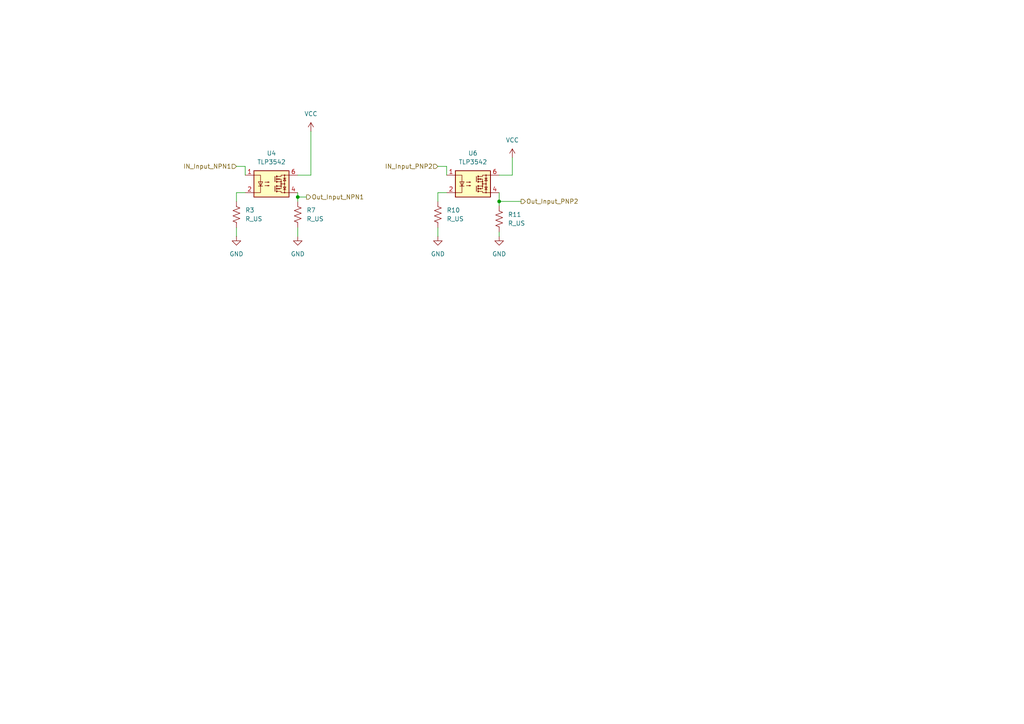
<source format=kicad_sch>
(kicad_sch
	(version 20250114)
	(generator "eeschema")
	(generator_version "9.0")
	(uuid "37ad42cf-50f1-4e75-9f87-f54ae3715310")
	(paper "A4")
	(lib_symbols
		(symbol "Device:R_US"
			(pin_numbers
				(hide yes)
			)
			(pin_names
				(offset 0)
			)
			(exclude_from_sim no)
			(in_bom yes)
			(on_board yes)
			(property "Reference" "R"
				(at 2.54 0 90)
				(effects
					(font
						(size 1.27 1.27)
					)
				)
			)
			(property "Value" "R_US"
				(at -2.54 0 90)
				(effects
					(font
						(size 1.27 1.27)
					)
				)
			)
			(property "Footprint" ""
				(at 1.016 -0.254 90)
				(effects
					(font
						(size 1.27 1.27)
					)
					(hide yes)
				)
			)
			(property "Datasheet" "~"
				(at 0 0 0)
				(effects
					(font
						(size 1.27 1.27)
					)
					(hide yes)
				)
			)
			(property "Description" "Resistor, US symbol"
				(at 0 0 0)
				(effects
					(font
						(size 1.27 1.27)
					)
					(hide yes)
				)
			)
			(property "ki_keywords" "R res resistor"
				(at 0 0 0)
				(effects
					(font
						(size 1.27 1.27)
					)
					(hide yes)
				)
			)
			(property "ki_fp_filters" "R_*"
				(at 0 0 0)
				(effects
					(font
						(size 1.27 1.27)
					)
					(hide yes)
				)
			)
			(symbol "R_US_0_1"
				(polyline
					(pts
						(xy 0 2.286) (xy 0 2.54)
					)
					(stroke
						(width 0)
						(type default)
					)
					(fill
						(type none)
					)
				)
				(polyline
					(pts
						(xy 0 2.286) (xy 1.016 1.905) (xy 0 1.524) (xy -1.016 1.143) (xy 0 0.762)
					)
					(stroke
						(width 0)
						(type default)
					)
					(fill
						(type none)
					)
				)
				(polyline
					(pts
						(xy 0 0.762) (xy 1.016 0.381) (xy 0 0) (xy -1.016 -0.381) (xy 0 -0.762)
					)
					(stroke
						(width 0)
						(type default)
					)
					(fill
						(type none)
					)
				)
				(polyline
					(pts
						(xy 0 -0.762) (xy 1.016 -1.143) (xy 0 -1.524) (xy -1.016 -1.905) (xy 0 -2.286)
					)
					(stroke
						(width 0)
						(type default)
					)
					(fill
						(type none)
					)
				)
				(polyline
					(pts
						(xy 0 -2.286) (xy 0 -2.54)
					)
					(stroke
						(width 0)
						(type default)
					)
					(fill
						(type none)
					)
				)
			)
			(symbol "R_US_1_1"
				(pin passive line
					(at 0 3.81 270)
					(length 1.27)
					(name "~"
						(effects
							(font
								(size 1.27 1.27)
							)
						)
					)
					(number "1"
						(effects
							(font
								(size 1.27 1.27)
							)
						)
					)
				)
				(pin passive line
					(at 0 -3.81 90)
					(length 1.27)
					(name "~"
						(effects
							(font
								(size 1.27 1.27)
							)
						)
					)
					(number "2"
						(effects
							(font
								(size 1.27 1.27)
							)
						)
					)
				)
			)
			(embedded_fonts no)
		)
		(symbol "Relay_SolidState:TLP3542"
			(exclude_from_sim no)
			(in_bom yes)
			(on_board yes)
			(property "Reference" "U"
				(at -3.81 5.08 0)
				(effects
					(font
						(size 1.27 1.27)
					)
				)
			)
			(property "Value" "TLP3542"
				(at -1.27 -5.08 0)
				(effects
					(font
						(size 1.27 1.27)
					)
				)
			)
			(property "Footprint" "Package_DIP:DIP-5-6_W7.62mm"
				(at 0 -7.62 0)
				(effects
					(font
						(size 1.27 1.27)
					)
					(hide yes)
				)
			)
			(property "Datasheet" "https://toshiba.semicon-storage.com/info/docget.jsp?did=1284&prodName=TLP3542"
				(at 0 0 0)
				(effects
					(font
						(size 1.27 1.27)
					)
					(hide yes)
				)
			)
			(property "Description" "Photo MOSFET optically coupled, ON 4A, 50mohm, OFF state 20V, Isolation 2500 VRMS, DIP-5-6"
				(at 0 0 0)
				(effects
					(font
						(size 1.27 1.27)
					)
					(hide yes)
				)
			)
			(property "ki_keywords" "photocouplers photorelay solidstate relay normally opened (1-Form-A)"
				(at 0 0 0)
				(effects
					(font
						(size 1.27 1.27)
					)
					(hide yes)
				)
			)
			(property "ki_fp_filters" "DIP*W7.62mm*"
				(at 0 0 0)
				(effects
					(font
						(size 1.27 1.27)
					)
					(hide yes)
				)
			)
			(symbol "TLP3542_0_1"
				(rectangle
					(start -5.08 3.81)
					(end 5.08 -3.81)
					(stroke
						(width 0.254)
						(type default)
					)
					(fill
						(type background)
					)
				)
				(polyline
					(pts
						(xy -5.08 2.54) (xy -3.175 2.54) (xy -3.175 -2.54) (xy -5.08 -2.54)
					)
					(stroke
						(width 0)
						(type default)
					)
					(fill
						(type none)
					)
				)
				(polyline
					(pts
						(xy -3.81 -0.635) (xy -2.54 -0.635)
					)
					(stroke
						(width 0)
						(type default)
					)
					(fill
						(type none)
					)
				)
				(polyline
					(pts
						(xy -3.175 -0.635) (xy -3.81 0.635) (xy -2.54 0.635) (xy -3.175 -0.635)
					)
					(stroke
						(width 0)
						(type default)
					)
					(fill
						(type none)
					)
				)
				(polyline
					(pts
						(xy -1.905 0.508) (xy -0.635 0.508) (xy -1.016 0.381) (xy -1.016 0.635) (xy -0.635 0.508)
					)
					(stroke
						(width 0)
						(type default)
					)
					(fill
						(type none)
					)
				)
				(polyline
					(pts
						(xy -1.905 -0.508) (xy -0.635 -0.508) (xy -1.016 -0.635) (xy -1.016 -0.381) (xy -0.635 -0.508)
					)
					(stroke
						(width 0)
						(type default)
					)
					(fill
						(type none)
					)
				)
				(polyline
					(pts
						(xy 1.016 2.159) (xy 1.016 0.635)
					)
					(stroke
						(width 0.2032)
						(type default)
					)
					(fill
						(type none)
					)
				)
				(polyline
					(pts
						(xy 1.016 -0.635) (xy 1.016 -2.159)
					)
					(stroke
						(width 0.2032)
						(type default)
					)
					(fill
						(type none)
					)
				)
				(polyline
					(pts
						(xy 1.524 2.286) (xy 1.524 2.032) (xy 1.524 2.032)
					)
					(stroke
						(width 0.3556)
						(type default)
					)
					(fill
						(type none)
					)
				)
				(polyline
					(pts
						(xy 1.524 1.524) (xy 1.524 1.27) (xy 1.524 1.27)
					)
					(stroke
						(width 0.3556)
						(type default)
					)
					(fill
						(type none)
					)
				)
				(polyline
					(pts
						(xy 1.524 0.762) (xy 1.524 0.508) (xy 1.524 0.508)
					)
					(stroke
						(width 0.3556)
						(type default)
					)
					(fill
						(type none)
					)
				)
				(polyline
					(pts
						(xy 1.524 -0.508) (xy 1.524 -0.762)
					)
					(stroke
						(width 0.3556)
						(type default)
					)
					(fill
						(type none)
					)
				)
				(polyline
					(pts
						(xy 1.524 -1.27) (xy 1.524 -1.524) (xy 1.524 -1.524)
					)
					(stroke
						(width 0.3556)
						(type default)
					)
					(fill
						(type none)
					)
				)
				(polyline
					(pts
						(xy 1.524 -2.032) (xy 1.524 -2.286) (xy 1.524 -2.286)
					)
					(stroke
						(width 0.3556)
						(type default)
					)
					(fill
						(type none)
					)
				)
				(polyline
					(pts
						(xy 1.651 2.159) (xy 2.794 2.159) (xy 2.794 2.54) (xy 5.08 2.54)
					)
					(stroke
						(width 0)
						(type default)
					)
					(fill
						(type none)
					)
				)
				(polyline
					(pts
						(xy 1.651 1.397) (xy 2.794 1.397) (xy 2.794 0.635)
					)
					(stroke
						(width 0)
						(type default)
					)
					(fill
						(type none)
					)
				)
				(polyline
					(pts
						(xy 1.651 -0.635) (xy 2.794 -0.635) (xy 2.794 0.635) (xy 1.651 0.635)
					)
					(stroke
						(width 0)
						(type default)
					)
					(fill
						(type none)
					)
				)
				(polyline
					(pts
						(xy 1.651 -1.397) (xy 2.794 -1.397) (xy 2.794 -0.635)
					)
					(stroke
						(width 0)
						(type default)
					)
					(fill
						(type none)
					)
				)
				(polyline
					(pts
						(xy 1.651 -2.159) (xy 2.794 -2.159) (xy 2.794 -2.54) (xy 5.08 -2.54)
					)
					(stroke
						(width 0)
						(type default)
					)
					(fill
						(type none)
					)
				)
				(polyline
					(pts
						(xy 1.778 1.397) (xy 2.286 1.524) (xy 2.286 1.27) (xy 1.778 1.397)
					)
					(stroke
						(width 0)
						(type default)
					)
					(fill
						(type none)
					)
				)
				(polyline
					(pts
						(xy 1.778 -1.397) (xy 2.286 -1.27) (xy 2.286 -1.524) (xy 1.778 -1.397)
					)
					(stroke
						(width 0)
						(type default)
					)
					(fill
						(type none)
					)
				)
				(circle
					(center 2.794 0.635)
					(radius 0.127)
					(stroke
						(width 0)
						(type default)
					)
					(fill
						(type none)
					)
				)
				(polyline
					(pts
						(xy 2.794 0) (xy 3.81 0)
					)
					(stroke
						(width 0)
						(type default)
					)
					(fill
						(type none)
					)
				)
				(circle
					(center 2.794 0)
					(radius 0.127)
					(stroke
						(width 0)
						(type default)
					)
					(fill
						(type none)
					)
				)
				(circle
					(center 2.794 -0.635)
					(radius 0.127)
					(stroke
						(width 0)
						(type default)
					)
					(fill
						(type none)
					)
				)
				(polyline
					(pts
						(xy 3.429 1.651) (xy 4.191 1.651)
					)
					(stroke
						(width 0)
						(type default)
					)
					(fill
						(type none)
					)
				)
				(polyline
					(pts
						(xy 3.429 -1.651) (xy 4.191 -1.651)
					)
					(stroke
						(width 0)
						(type default)
					)
					(fill
						(type none)
					)
				)
				(circle
					(center 3.81 2.54)
					(radius 0.127)
					(stroke
						(width 0)
						(type default)
					)
					(fill
						(type none)
					)
				)
				(polyline
					(pts
						(xy 3.81 1.651) (xy 3.429 0.889) (xy 4.191 0.889) (xy 3.81 1.651)
					)
					(stroke
						(width 0)
						(type default)
					)
					(fill
						(type none)
					)
				)
				(circle
					(center 3.81 0)
					(radius 0.127)
					(stroke
						(width 0)
						(type default)
					)
					(fill
						(type none)
					)
				)
				(polyline
					(pts
						(xy 3.81 -1.651) (xy 3.429 -0.889) (xy 4.191 -0.889) (xy 3.81 -1.651)
					)
					(stroke
						(width 0)
						(type default)
					)
					(fill
						(type none)
					)
				)
				(polyline
					(pts
						(xy 3.81 -2.54) (xy 3.81 2.54)
					)
					(stroke
						(width 0)
						(type default)
					)
					(fill
						(type none)
					)
				)
				(circle
					(center 3.81 -2.54)
					(radius 0.127)
					(stroke
						(width 0)
						(type default)
					)
					(fill
						(type none)
					)
				)
			)
			(symbol "TLP3542_1_1"
				(pin passive line
					(at -7.62 2.54 0)
					(length 2.54)
					(name "~"
						(effects
							(font
								(size 1.27 1.27)
							)
						)
					)
					(number "1"
						(effects
							(font
								(size 1.27 1.27)
							)
						)
					)
				)
				(pin passive line
					(at -7.62 -2.54 0)
					(length 2.54)
					(name "~"
						(effects
							(font
								(size 1.27 1.27)
							)
						)
					)
					(number "2"
						(effects
							(font
								(size 1.27 1.27)
							)
						)
					)
				)
				(pin no_connect line
					(at -5.08 0 0)
					(length 2.54)
					(hide yes)
					(name "~"
						(effects
							(font
								(size 1.27 1.27)
							)
						)
					)
					(number "3"
						(effects
							(font
								(size 1.27 1.27)
							)
						)
					)
				)
				(pin passive line
					(at 7.62 2.54 180)
					(length 2.54)
					(name "~"
						(effects
							(font
								(size 1.27 1.27)
							)
						)
					)
					(number "6"
						(effects
							(font
								(size 1.27 1.27)
							)
						)
					)
				)
				(pin passive line
					(at 7.62 -2.54 180)
					(length 2.54)
					(name "~"
						(effects
							(font
								(size 1.27 1.27)
							)
						)
					)
					(number "4"
						(effects
							(font
								(size 1.27 1.27)
							)
						)
					)
				)
			)
			(embedded_fonts no)
		)
		(symbol "power:GND"
			(power)
			(pin_numbers
				(hide yes)
			)
			(pin_names
				(offset 0)
				(hide yes)
			)
			(exclude_from_sim no)
			(in_bom yes)
			(on_board yes)
			(property "Reference" "#PWR"
				(at 0 -6.35 0)
				(effects
					(font
						(size 1.27 1.27)
					)
					(hide yes)
				)
			)
			(property "Value" "GND"
				(at 0 -3.81 0)
				(effects
					(font
						(size 1.27 1.27)
					)
				)
			)
			(property "Footprint" ""
				(at 0 0 0)
				(effects
					(font
						(size 1.27 1.27)
					)
					(hide yes)
				)
			)
			(property "Datasheet" ""
				(at 0 0 0)
				(effects
					(font
						(size 1.27 1.27)
					)
					(hide yes)
				)
			)
			(property "Description" "Power symbol creates a global label with name \"GND\" , ground"
				(at 0 0 0)
				(effects
					(font
						(size 1.27 1.27)
					)
					(hide yes)
				)
			)
			(property "ki_keywords" "global power"
				(at 0 0 0)
				(effects
					(font
						(size 1.27 1.27)
					)
					(hide yes)
				)
			)
			(symbol "GND_0_1"
				(polyline
					(pts
						(xy 0 0) (xy 0 -1.27) (xy 1.27 -1.27) (xy 0 -2.54) (xy -1.27 -1.27) (xy 0 -1.27)
					)
					(stroke
						(width 0)
						(type default)
					)
					(fill
						(type none)
					)
				)
			)
			(symbol "GND_1_1"
				(pin power_in line
					(at 0 0 270)
					(length 0)
					(name "~"
						(effects
							(font
								(size 1.27 1.27)
							)
						)
					)
					(number "1"
						(effects
							(font
								(size 1.27 1.27)
							)
						)
					)
				)
			)
			(embedded_fonts no)
		)
		(symbol "power:VCC"
			(power)
			(pin_numbers
				(hide yes)
			)
			(pin_names
				(offset 0)
				(hide yes)
			)
			(exclude_from_sim no)
			(in_bom yes)
			(on_board yes)
			(property "Reference" "#PWR"
				(at 0 -3.81 0)
				(effects
					(font
						(size 1.27 1.27)
					)
					(hide yes)
				)
			)
			(property "Value" "VCC"
				(at 0 3.556 0)
				(effects
					(font
						(size 1.27 1.27)
					)
				)
			)
			(property "Footprint" ""
				(at 0 0 0)
				(effects
					(font
						(size 1.27 1.27)
					)
					(hide yes)
				)
			)
			(property "Datasheet" ""
				(at 0 0 0)
				(effects
					(font
						(size 1.27 1.27)
					)
					(hide yes)
				)
			)
			(property "Description" "Power symbol creates a global label with name \"VCC\""
				(at 0 0 0)
				(effects
					(font
						(size 1.27 1.27)
					)
					(hide yes)
				)
			)
			(property "ki_keywords" "global power"
				(at 0 0 0)
				(effects
					(font
						(size 1.27 1.27)
					)
					(hide yes)
				)
			)
			(symbol "VCC_0_1"
				(polyline
					(pts
						(xy -0.762 1.27) (xy 0 2.54)
					)
					(stroke
						(width 0)
						(type default)
					)
					(fill
						(type none)
					)
				)
				(polyline
					(pts
						(xy 0 2.54) (xy 0.762 1.27)
					)
					(stroke
						(width 0)
						(type default)
					)
					(fill
						(type none)
					)
				)
				(polyline
					(pts
						(xy 0 0) (xy 0 2.54)
					)
					(stroke
						(width 0)
						(type default)
					)
					(fill
						(type none)
					)
				)
			)
			(symbol "VCC_1_1"
				(pin power_in line
					(at 0 0 90)
					(length 0)
					(name "~"
						(effects
							(font
								(size 1.27 1.27)
							)
						)
					)
					(number "1"
						(effects
							(font
								(size 1.27 1.27)
							)
						)
					)
				)
			)
			(embedded_fonts no)
		)
	)
	(junction
		(at 86.36 57.15)
		(diameter 0)
		(color 0 0 0 0)
		(uuid "42d36088-8259-4591-a329-588a90b5911e")
	)
	(junction
		(at 144.78 58.42)
		(diameter 0)
		(color 0 0 0 0)
		(uuid "900105a4-ab2e-4998-baf2-1ed6d1f45010")
	)
	(wire
		(pts
			(xy 86.36 57.15) (xy 88.9 57.15)
		)
		(stroke
			(width 0)
			(type default)
		)
		(uuid "0c423c32-2183-48d4-9bbc-0761090ac006")
	)
	(wire
		(pts
			(xy 71.12 55.88) (xy 68.58 55.88)
		)
		(stroke
			(width 0)
			(type default)
		)
		(uuid "176b50ed-3d97-4202-bdb0-782e3ebd4366")
	)
	(wire
		(pts
			(xy 129.54 50.8) (xy 129.54 48.26)
		)
		(stroke
			(width 0)
			(type default)
		)
		(uuid "23c97e3e-7c8d-4c0f-94ee-7175dea7cbf3")
	)
	(wire
		(pts
			(xy 144.78 55.88) (xy 144.78 58.42)
		)
		(stroke
			(width 0)
			(type default)
		)
		(uuid "3857bd86-858d-441a-a79b-27d3a190c2b9")
	)
	(wire
		(pts
			(xy 144.78 67.31) (xy 144.78 68.58)
		)
		(stroke
			(width 0)
			(type default)
		)
		(uuid "4b5a4a46-fb44-4f3c-9567-11ec69f6b075")
	)
	(wire
		(pts
			(xy 127 55.88) (xy 127 58.42)
		)
		(stroke
			(width 0)
			(type default)
		)
		(uuid "4da0e19a-99dd-4598-a8a0-d08362f34737")
	)
	(wire
		(pts
			(xy 86.36 57.15) (xy 86.36 58.42)
		)
		(stroke
			(width 0)
			(type default)
		)
		(uuid "5dea6138-1fbb-4bfa-9c9b-5dcdc94ca9a5")
	)
	(wire
		(pts
			(xy 129.54 55.88) (xy 127 55.88)
		)
		(stroke
			(width 0)
			(type default)
		)
		(uuid "63a32587-1b6b-4dad-98d4-c86be5d854cc")
	)
	(wire
		(pts
			(xy 129.54 48.26) (xy 127 48.26)
		)
		(stroke
			(width 0)
			(type default)
		)
		(uuid "7a68f801-d852-4b67-9bee-d8545af5f2e7")
	)
	(wire
		(pts
			(xy 144.78 58.42) (xy 151.13 58.42)
		)
		(stroke
			(width 0)
			(type default)
		)
		(uuid "841039e5-3686-4f28-9336-612600522eec")
	)
	(wire
		(pts
			(xy 71.12 50.8) (xy 71.12 48.26)
		)
		(stroke
			(width 0)
			(type default)
		)
		(uuid "84d0ac18-a8de-4c9f-9e39-83feeeb7a626")
	)
	(wire
		(pts
			(xy 71.12 48.26) (xy 68.58 48.26)
		)
		(stroke
			(width 0)
			(type default)
		)
		(uuid "96dfe910-a222-42f9-b47a-1104c71baa5b")
	)
	(wire
		(pts
			(xy 90.17 50.8) (xy 86.36 50.8)
		)
		(stroke
			(width 0)
			(type default)
		)
		(uuid "b5dc6c1d-6409-43ad-bcd6-5210df74d9f9")
	)
	(wire
		(pts
			(xy 68.58 55.88) (xy 68.58 58.42)
		)
		(stroke
			(width 0)
			(type default)
		)
		(uuid "b7e04747-3446-47c3-bff1-dff9115cc16c")
	)
	(wire
		(pts
			(xy 86.36 55.88) (xy 86.36 57.15)
		)
		(stroke
			(width 0)
			(type default)
		)
		(uuid "e2cf2663-ff79-4e75-9497-bfed69ab1cfb")
	)
	(wire
		(pts
			(xy 148.59 50.8) (xy 144.78 50.8)
		)
		(stroke
			(width 0)
			(type default)
		)
		(uuid "e34fc15b-6a9f-4615-835d-7fa12b705752")
	)
	(wire
		(pts
			(xy 127 66.04) (xy 127 68.58)
		)
		(stroke
			(width 0)
			(type default)
		)
		(uuid "e5fb5333-0d30-4e34-adb4-575a2e450588")
	)
	(wire
		(pts
			(xy 148.59 45.72) (xy 148.59 50.8)
		)
		(stroke
			(width 0)
			(type default)
		)
		(uuid "ead27c04-2898-4c80-a7d4-51400a238a6d")
	)
	(wire
		(pts
			(xy 68.58 66.04) (xy 68.58 68.58)
		)
		(stroke
			(width 0)
			(type default)
		)
		(uuid "f00ab264-6d14-4447-a6fe-1289f91738e7")
	)
	(wire
		(pts
			(xy 90.17 38.1) (xy 90.17 50.8)
		)
		(stroke
			(width 0)
			(type default)
		)
		(uuid "f242876a-6232-45ea-907a-415d0818fa24")
	)
	(wire
		(pts
			(xy 86.36 68.58) (xy 86.36 66.04)
		)
		(stroke
			(width 0)
			(type default)
		)
		(uuid "fa7f3eb7-a425-48be-8328-d29149163a2e")
	)
	(wire
		(pts
			(xy 144.78 58.42) (xy 144.78 59.69)
		)
		(stroke
			(width 0)
			(type default)
		)
		(uuid "fe55cb5c-2302-4204-a1ba-324d32c10ae3")
	)
	(hierarchical_label "Out_Input_NPN1"
		(shape output)
		(at 88.9 57.15 0)
		(effects
			(font
				(size 1.27 1.27)
			)
			(justify left)
		)
		(uuid "80ffc2e1-cdde-4bf2-93cf-15b6b5518d13")
	)
	(hierarchical_label "IN_Input_PNP2"
		(shape input)
		(at 127 48.26 180)
		(effects
			(font
				(size 1.27 1.27)
			)
			(justify right)
		)
		(uuid "88696d0f-402c-46d7-bb73-f3c62faeec4a")
	)
	(hierarchical_label "Out_Input_PNP2"
		(shape output)
		(at 151.13 58.42 0)
		(effects
			(font
				(size 1.27 1.27)
			)
			(justify left)
		)
		(uuid "9d720a60-8475-4b4f-ac86-7e13fd367dc8")
	)
	(hierarchical_label "IN_Input_NPN1"
		(shape input)
		(at 68.58 48.26 180)
		(effects
			(font
				(size 1.27 1.27)
			)
			(justify right)
		)
		(uuid "c14d16a4-8c9d-4269-afe5-ff1186125d67")
	)
	(symbol
		(lib_id "power:GND")
		(at 68.58 68.58 0)
		(unit 1)
		(exclude_from_sim no)
		(in_bom yes)
		(on_board yes)
		(dnp no)
		(fields_autoplaced yes)
		(uuid "045ebbe4-c507-4b1c-8b08-8326d715817d")
		(property "Reference" "#PWR019"
			(at 68.58 74.93 0)
			(effects
				(font
					(size 1.27 1.27)
				)
				(hide yes)
			)
		)
		(property "Value" "GND"
			(at 68.58 73.66 0)
			(effects
				(font
					(size 1.27 1.27)
				)
			)
		)
		(property "Footprint" ""
			(at 68.58 68.58 0)
			(effects
				(font
					(size 1.27 1.27)
				)
				(hide yes)
			)
		)
		(property "Datasheet" ""
			(at 68.58 68.58 0)
			(effects
				(font
					(size 1.27 1.27)
				)
				(hide yes)
			)
		)
		(property "Description" "Power symbol creates a global label with name \"GND\" , ground"
			(at 68.58 68.58 0)
			(effects
				(font
					(size 1.27 1.27)
				)
				(hide yes)
			)
		)
		(pin "1"
			(uuid "51d80fae-9335-4bb3-84fd-98fe3474263c")
		)
		(instances
			(project "ZorionX-Nivara"
				(path "/ae5c9891-8291-492e-8a61-8ac340267b67/d47eca49-96e4-4138-8979-47bb60019f67/d568cb68-ad72-47c9-9506-09ca38a70da3"
					(reference "#PWR019")
					(unit 1)
				)
			)
		)
	)
	(symbol
		(lib_id "Relay_SolidState:TLP3542")
		(at 78.74 53.34 0)
		(unit 1)
		(exclude_from_sim no)
		(in_bom yes)
		(on_board yes)
		(dnp no)
		(fields_autoplaced yes)
		(uuid "09ec7658-f44e-4e25-b003-64f085b9bba2")
		(property "Reference" "U4"
			(at 78.74 44.45 0)
			(effects
				(font
					(size 1.27 1.27)
				)
			)
		)
		(property "Value" "TLP3542"
			(at 78.74 46.99 0)
			(effects
				(font
					(size 1.27 1.27)
				)
			)
		)
		(property "Footprint" "Package_SO:SOP-4_3.8x4.1mm_P2.54mm"
			(at 78.74 60.96 0)
			(effects
				(font
					(size 1.27 1.27)
				)
				(hide yes)
			)
		)
		(property "Datasheet" "https://toshiba.semicon-storage.com/info/docget.jsp?did=1284&prodName=TLP3542"
			(at 78.74 53.34 0)
			(effects
				(font
					(size 1.27 1.27)
				)
				(hide yes)
			)
		)
		(property "Description" "Photo MOSFET optically coupled, ON 4A, 50mohm, OFF state 20V, Isolation 2500 VRMS, DIP-5-6"
			(at 78.74 53.34 0)
			(effects
				(font
					(size 1.27 1.27)
				)
				(hide yes)
			)
		)
		(pin "3"
			(uuid "8cb0972f-6580-44f8-800e-6b9554cc8626")
		)
		(pin "2"
			(uuid "1b691831-e09f-47aa-83c1-139efb3e7cd8")
		)
		(pin "4"
			(uuid "b9f58090-1f3b-412b-9146-9d1350bed652")
		)
		(pin "6"
			(uuid "3e52b221-d3b4-4d3b-87e5-1ce66e7a7d21")
		)
		(pin "1"
			(uuid "a8fe1978-0650-434b-a5c7-6e37fb9148f3")
		)
		(instances
			(project "ZorionX-Nivara"
				(path "/ae5c9891-8291-492e-8a61-8ac340267b67/d47eca49-96e4-4138-8979-47bb60019f67/d568cb68-ad72-47c9-9506-09ca38a70da3"
					(reference "U4")
					(unit 1)
				)
			)
		)
	)
	(symbol
		(lib_id "power:GND")
		(at 127 68.58 0)
		(unit 1)
		(exclude_from_sim no)
		(in_bom yes)
		(on_board yes)
		(dnp no)
		(fields_autoplaced yes)
		(uuid "3d758627-3b6d-4380-aa22-b11a22081a8b")
		(property "Reference" "#PWR025"
			(at 127 74.93 0)
			(effects
				(font
					(size 1.27 1.27)
				)
				(hide yes)
			)
		)
		(property "Value" "GND"
			(at 127 73.66 0)
			(effects
				(font
					(size 1.27 1.27)
				)
			)
		)
		(property "Footprint" ""
			(at 127 68.58 0)
			(effects
				(font
					(size 1.27 1.27)
				)
				(hide yes)
			)
		)
		(property "Datasheet" ""
			(at 127 68.58 0)
			(effects
				(font
					(size 1.27 1.27)
				)
				(hide yes)
			)
		)
		(property "Description" "Power symbol creates a global label with name \"GND\" , ground"
			(at 127 68.58 0)
			(effects
				(font
					(size 1.27 1.27)
				)
				(hide yes)
			)
		)
		(pin "1"
			(uuid "c2276496-f6b1-4360-965b-e084177f01ff")
		)
		(instances
			(project "ZorionX-Nivara"
				(path "/ae5c9891-8291-492e-8a61-8ac340267b67/d47eca49-96e4-4138-8979-47bb60019f67/d568cb68-ad72-47c9-9506-09ca38a70da3"
					(reference "#PWR025")
					(unit 1)
				)
			)
		)
	)
	(symbol
		(lib_id "Relay_SolidState:TLP3542")
		(at 137.16 53.34 0)
		(unit 1)
		(exclude_from_sim no)
		(in_bom yes)
		(on_board yes)
		(dnp no)
		(fields_autoplaced yes)
		(uuid "43f7f4f9-2fc3-4c74-ade6-130b76a48325")
		(property "Reference" "U6"
			(at 137.16 44.45 0)
			(effects
				(font
					(size 1.27 1.27)
				)
			)
		)
		(property "Value" "TLP3542"
			(at 137.16 46.99 0)
			(effects
				(font
					(size 1.27 1.27)
				)
			)
		)
		(property "Footprint" "Package_SO:SOP-4_3.8x4.1mm_P2.54mm"
			(at 137.16 60.96 0)
			(effects
				(font
					(size 1.27 1.27)
				)
				(hide yes)
			)
		)
		(property "Datasheet" "https://toshiba.semicon-storage.com/info/docget.jsp?did=1284&prodName=TLP3542"
			(at 137.16 53.34 0)
			(effects
				(font
					(size 1.27 1.27)
				)
				(hide yes)
			)
		)
		(property "Description" "Photo MOSFET optically coupled, ON 4A, 50mohm, OFF state 20V, Isolation 2500 VRMS, DIP-5-6"
			(at 137.16 53.34 0)
			(effects
				(font
					(size 1.27 1.27)
				)
				(hide yes)
			)
		)
		(pin "3"
			(uuid "9259470e-711e-48f6-abc8-f9c5ea8c11bd")
		)
		(pin "2"
			(uuid "cf129ef0-82a3-4e41-855b-139ac5039fbb")
		)
		(pin "4"
			(uuid "89d6d151-873c-4ad2-bc39-a1bb0b4d6eee")
		)
		(pin "6"
			(uuid "67907368-8168-4f10-8ce0-da82c7ec51e7")
		)
		(pin "1"
			(uuid "5d13a32c-8e1a-4f75-a070-b9d7af8b8977")
		)
		(instances
			(project "ZorionX-Nivara"
				(path "/ae5c9891-8291-492e-8a61-8ac340267b67/d47eca49-96e4-4138-8979-47bb60019f67/d568cb68-ad72-47c9-9506-09ca38a70da3"
					(reference "U6")
					(unit 1)
				)
			)
		)
	)
	(symbol
		(lib_id "Device:R_US")
		(at 86.36 62.23 0)
		(unit 1)
		(exclude_from_sim no)
		(in_bom yes)
		(on_board yes)
		(dnp no)
		(fields_autoplaced yes)
		(uuid "592ddab8-117a-4d88-a865-172836f6e013")
		(property "Reference" "R7"
			(at 88.9 60.9599 0)
			(effects
				(font
					(size 1.27 1.27)
				)
				(justify left)
			)
		)
		(property "Value" "R_US"
			(at 88.9 63.4999 0)
			(effects
				(font
					(size 1.27 1.27)
				)
				(justify left)
			)
		)
		(property "Footprint" "Resistor_SMD:R_0603_1608Metric"
			(at 87.376 62.484 90)
			(effects
				(font
					(size 1.27 1.27)
				)
				(hide yes)
			)
		)
		(property "Datasheet" "~"
			(at 86.36 62.23 0)
			(effects
				(font
					(size 1.27 1.27)
				)
				(hide yes)
			)
		)
		(property "Description" "Resistor, US symbol"
			(at 86.36 62.23 0)
			(effects
				(font
					(size 1.27 1.27)
				)
				(hide yes)
			)
		)
		(pin "2"
			(uuid "9e5650dc-144e-474e-bf8d-e82a860d1400")
		)
		(pin "1"
			(uuid "12c77bbf-8c3f-4136-abf7-7dc6d8f90153")
		)
		(instances
			(project "ZorionX-Nivara"
				(path "/ae5c9891-8291-492e-8a61-8ac340267b67/d47eca49-96e4-4138-8979-47bb60019f67/d568cb68-ad72-47c9-9506-09ca38a70da3"
					(reference "R7")
					(unit 1)
				)
			)
		)
	)
	(symbol
		(lib_id "Device:R_US")
		(at 68.58 62.23 0)
		(unit 1)
		(exclude_from_sim no)
		(in_bom yes)
		(on_board yes)
		(dnp no)
		(fields_autoplaced yes)
		(uuid "6fe766cb-1847-4603-9f1b-1ae422a605b9")
		(property "Reference" "R3"
			(at 71.12 60.9599 0)
			(effects
				(font
					(size 1.27 1.27)
				)
				(justify left)
			)
		)
		(property "Value" "R_US"
			(at 71.12 63.4999 0)
			(effects
				(font
					(size 1.27 1.27)
				)
				(justify left)
			)
		)
		(property "Footprint" "Resistor_SMD:R_0603_1608Metric"
			(at 69.596 62.484 90)
			(effects
				(font
					(size 1.27 1.27)
				)
				(hide yes)
			)
		)
		(property "Datasheet" "~"
			(at 68.58 62.23 0)
			(effects
				(font
					(size 1.27 1.27)
				)
				(hide yes)
			)
		)
		(property "Description" "Resistor, US symbol"
			(at 68.58 62.23 0)
			(effects
				(font
					(size 1.27 1.27)
				)
				(hide yes)
			)
		)
		(pin "2"
			(uuid "19701fd9-6f5f-47bd-aa60-5922183426a4")
		)
		(pin "1"
			(uuid "0e1c1826-5b20-4513-905e-b63bc83f0f06")
		)
		(instances
			(project "ZorionX-Nivara"
				(path "/ae5c9891-8291-492e-8a61-8ac340267b67/d47eca49-96e4-4138-8979-47bb60019f67/d568cb68-ad72-47c9-9506-09ca38a70da3"
					(reference "R3")
					(unit 1)
				)
			)
		)
	)
	(symbol
		(lib_id "power:GND")
		(at 86.36 68.58 0)
		(unit 1)
		(exclude_from_sim no)
		(in_bom yes)
		(on_board yes)
		(dnp no)
		(fields_autoplaced yes)
		(uuid "85a826b2-eabf-42c1-bfd4-809948bae927")
		(property "Reference" "#PWR021"
			(at 86.36 74.93 0)
			(effects
				(font
					(size 1.27 1.27)
				)
				(hide yes)
			)
		)
		(property "Value" "GND"
			(at 86.36 73.66 0)
			(effects
				(font
					(size 1.27 1.27)
				)
			)
		)
		(property "Footprint" ""
			(at 86.36 68.58 0)
			(effects
				(font
					(size 1.27 1.27)
				)
				(hide yes)
			)
		)
		(property "Datasheet" ""
			(at 86.36 68.58 0)
			(effects
				(font
					(size 1.27 1.27)
				)
				(hide yes)
			)
		)
		(property "Description" "Power symbol creates a global label with name \"GND\" , ground"
			(at 86.36 68.58 0)
			(effects
				(font
					(size 1.27 1.27)
				)
				(hide yes)
			)
		)
		(pin "1"
			(uuid "9b43769a-d4a6-473f-8908-b412676dd73b")
		)
		(instances
			(project "ZorionX-Nivara"
				(path "/ae5c9891-8291-492e-8a61-8ac340267b67/d47eca49-96e4-4138-8979-47bb60019f67/d568cb68-ad72-47c9-9506-09ca38a70da3"
					(reference "#PWR021")
					(unit 1)
				)
			)
		)
	)
	(symbol
		(lib_id "Device:R_US")
		(at 127 62.23 0)
		(unit 1)
		(exclude_from_sim no)
		(in_bom yes)
		(on_board yes)
		(dnp no)
		(fields_autoplaced yes)
		(uuid "8bce07a6-73bb-4873-8d9a-a769ffd1cb34")
		(property "Reference" "R10"
			(at 129.54 60.9599 0)
			(effects
				(font
					(size 1.27 1.27)
				)
				(justify left)
			)
		)
		(property "Value" "R_US"
			(at 129.54 63.4999 0)
			(effects
				(font
					(size 1.27 1.27)
				)
				(justify left)
			)
		)
		(property "Footprint" "Resistor_SMD:R_0603_1608Metric"
			(at 128.016 62.484 90)
			(effects
				(font
					(size 1.27 1.27)
				)
				(hide yes)
			)
		)
		(property "Datasheet" "~"
			(at 127 62.23 0)
			(effects
				(font
					(size 1.27 1.27)
				)
				(hide yes)
			)
		)
		(property "Description" "Resistor, US symbol"
			(at 127 62.23 0)
			(effects
				(font
					(size 1.27 1.27)
				)
				(hide yes)
			)
		)
		(pin "2"
			(uuid "8a44c52e-9a3f-4c23-80fc-9e2dc22c2fae")
		)
		(pin "1"
			(uuid "b1adcf63-1099-43dd-a6fb-580456e4092b")
		)
		(instances
			(project "ZorionX-Nivara"
				(path "/ae5c9891-8291-492e-8a61-8ac340267b67/d47eca49-96e4-4138-8979-47bb60019f67/d568cb68-ad72-47c9-9506-09ca38a70da3"
					(reference "R10")
					(unit 1)
				)
			)
		)
	)
	(symbol
		(lib_id "power:VCC")
		(at 90.17 38.1 0)
		(unit 1)
		(exclude_from_sim no)
		(in_bom yes)
		(on_board yes)
		(dnp no)
		(fields_autoplaced yes)
		(uuid "9554a1a9-d9fb-448f-99f4-227a9e1812af")
		(property "Reference" "#PWR023"
			(at 90.17 41.91 0)
			(effects
				(font
					(size 1.27 1.27)
				)
				(hide yes)
			)
		)
		(property "Value" "VCC"
			(at 90.17 33.02 0)
			(effects
				(font
					(size 1.27 1.27)
				)
			)
		)
		(property "Footprint" ""
			(at 90.17 38.1 0)
			(effects
				(font
					(size 1.27 1.27)
				)
				(hide yes)
			)
		)
		(property "Datasheet" ""
			(at 90.17 38.1 0)
			(effects
				(font
					(size 1.27 1.27)
				)
				(hide yes)
			)
		)
		(property "Description" "Power symbol creates a global label with name \"VCC\""
			(at 90.17 38.1 0)
			(effects
				(font
					(size 1.27 1.27)
				)
				(hide yes)
			)
		)
		(pin "1"
			(uuid "55913791-49a4-44eb-aef5-b9ac2547e307")
		)
		(instances
			(project "ZorionX-Nivara"
				(path "/ae5c9891-8291-492e-8a61-8ac340267b67/d47eca49-96e4-4138-8979-47bb60019f67/d568cb68-ad72-47c9-9506-09ca38a70da3"
					(reference "#PWR023")
					(unit 1)
				)
			)
		)
	)
	(symbol
		(lib_id "power:GND")
		(at 144.78 68.58 0)
		(unit 1)
		(exclude_from_sim no)
		(in_bom yes)
		(on_board yes)
		(dnp no)
		(fields_autoplaced yes)
		(uuid "a3e2eeac-0f03-499c-a2a7-817987c49520")
		(property "Reference" "#PWR026"
			(at 144.78 74.93 0)
			(effects
				(font
					(size 1.27 1.27)
				)
				(hide yes)
			)
		)
		(property "Value" "GND"
			(at 144.78 73.66 0)
			(effects
				(font
					(size 1.27 1.27)
				)
			)
		)
		(property "Footprint" ""
			(at 144.78 68.58 0)
			(effects
				(font
					(size 1.27 1.27)
				)
				(hide yes)
			)
		)
		(property "Datasheet" ""
			(at 144.78 68.58 0)
			(effects
				(font
					(size 1.27 1.27)
				)
				(hide yes)
			)
		)
		(property "Description" "Power symbol creates a global label with name \"GND\" , ground"
			(at 144.78 68.58 0)
			(effects
				(font
					(size 1.27 1.27)
				)
				(hide yes)
			)
		)
		(pin "1"
			(uuid "96f36350-44fd-4ddf-be1c-88ac0893c8ef")
		)
		(instances
			(project "ZorionX-Nivara"
				(path "/ae5c9891-8291-492e-8a61-8ac340267b67/d47eca49-96e4-4138-8979-47bb60019f67/d568cb68-ad72-47c9-9506-09ca38a70da3"
					(reference "#PWR026")
					(unit 1)
				)
			)
		)
	)
	(symbol
		(lib_id "power:VCC")
		(at 148.59 45.72 0)
		(unit 1)
		(exclude_from_sim no)
		(in_bom yes)
		(on_board yes)
		(dnp no)
		(fields_autoplaced yes)
		(uuid "b26c6840-ed7c-4322-8098-e9024475a65d")
		(property "Reference" "#PWR027"
			(at 148.59 49.53 0)
			(effects
				(font
					(size 1.27 1.27)
				)
				(hide yes)
			)
		)
		(property "Value" "VCC"
			(at 148.59 40.64 0)
			(effects
				(font
					(size 1.27 1.27)
				)
			)
		)
		(property "Footprint" ""
			(at 148.59 45.72 0)
			(effects
				(font
					(size 1.27 1.27)
				)
				(hide yes)
			)
		)
		(property "Datasheet" ""
			(at 148.59 45.72 0)
			(effects
				(font
					(size 1.27 1.27)
				)
				(hide yes)
			)
		)
		(property "Description" "Power symbol creates a global label with name \"VCC\""
			(at 148.59 45.72 0)
			(effects
				(font
					(size 1.27 1.27)
				)
				(hide yes)
			)
		)
		(pin "1"
			(uuid "dfcec7ad-5896-40de-840a-904e3397ea1e")
		)
		(instances
			(project "ZorionX-Nivara"
				(path "/ae5c9891-8291-492e-8a61-8ac340267b67/d47eca49-96e4-4138-8979-47bb60019f67/d568cb68-ad72-47c9-9506-09ca38a70da3"
					(reference "#PWR027")
					(unit 1)
				)
			)
		)
	)
	(symbol
		(lib_id "Device:R_US")
		(at 144.78 63.5 0)
		(unit 1)
		(exclude_from_sim no)
		(in_bom yes)
		(on_board yes)
		(dnp no)
		(fields_autoplaced yes)
		(uuid "d7688a6c-ecbc-4e5c-bc5e-4132934302bd")
		(property "Reference" "R11"
			(at 147.32 62.2299 0)
			(effects
				(font
					(size 1.27 1.27)
				)
				(justify left)
			)
		)
		(property "Value" "R_US"
			(at 147.32 64.7699 0)
			(effects
				(font
					(size 1.27 1.27)
				)
				(justify left)
			)
		)
		(property "Footprint" "Resistor_SMD:R_0603_1608Metric"
			(at 145.796 63.754 90)
			(effects
				(font
					(size 1.27 1.27)
				)
				(hide yes)
			)
		)
		(property "Datasheet" "~"
			(at 144.78 63.5 0)
			(effects
				(font
					(size 1.27 1.27)
				)
				(hide yes)
			)
		)
		(property "Description" "Resistor, US symbol"
			(at 144.78 63.5 0)
			(effects
				(font
					(size 1.27 1.27)
				)
				(hide yes)
			)
		)
		(pin "2"
			(uuid "8c48be19-e15e-411d-a661-8f9e02df3317")
		)
		(pin "1"
			(uuid "bb6cd339-235f-42f2-9477-b5f268e13713")
		)
		(instances
			(project "ZorionX-Nivara"
				(path "/ae5c9891-8291-492e-8a61-8ac340267b67/d47eca49-96e4-4138-8979-47bb60019f67/d568cb68-ad72-47c9-9506-09ca38a70da3"
					(reference "R11")
					(unit 1)
				)
			)
		)
	)
)

</source>
